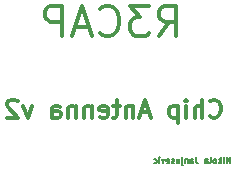
<source format=gbo>
G04 #@! TF.GenerationSoftware,KiCad,Pcbnew,5.0.2-bee76a0~70~ubuntu16.04.1*
G04 #@! TF.CreationDate,2019-02-25T16:09:05-05:00*
G04 #@! TF.ProjectId,ant1,616e7431-2e6b-4696-9361-645f70636258,rev?*
G04 #@! TF.SameCoordinates,Original*
G04 #@! TF.FileFunction,Legend,Bot*
G04 #@! TF.FilePolarity,Positive*
%FSLAX46Y46*%
G04 Gerber Fmt 4.6, Leading zero omitted, Abs format (unit mm)*
G04 Created by KiCad (PCBNEW 5.0.2-bee76a0~70~ubuntu16.04.1) date Mon 25 Feb 2019 04:09:05 PM EST*
%MOMM*%
%LPD*%
G01*
G04 APERTURE LIST*
%ADD10C,0.127000*%
%ADD11C,0.300000*%
G04 APERTURE END LIST*
D10*
X181398333Y-79604809D02*
X181398333Y-79096809D01*
X181108047Y-79604809D01*
X181108047Y-79096809D01*
X180866142Y-79604809D02*
X180866142Y-79266142D01*
X180866142Y-79096809D02*
X180890333Y-79121000D01*
X180866142Y-79145190D01*
X180841952Y-79121000D01*
X180866142Y-79096809D01*
X180866142Y-79145190D01*
X180624238Y-79604809D02*
X180624238Y-79096809D01*
X180575857Y-79411285D02*
X180430714Y-79604809D01*
X180430714Y-79266142D02*
X180624238Y-79459666D01*
X180140428Y-79604809D02*
X180188809Y-79580619D01*
X180213000Y-79556428D01*
X180237190Y-79508047D01*
X180237190Y-79362904D01*
X180213000Y-79314523D01*
X180188809Y-79290333D01*
X180140428Y-79266142D01*
X180067857Y-79266142D01*
X180019476Y-79290333D01*
X179995285Y-79314523D01*
X179971095Y-79362904D01*
X179971095Y-79508047D01*
X179995285Y-79556428D01*
X180019476Y-79580619D01*
X180067857Y-79604809D01*
X180140428Y-79604809D01*
X179680809Y-79604809D02*
X179729190Y-79580619D01*
X179753380Y-79532238D01*
X179753380Y-79096809D01*
X179269571Y-79604809D02*
X179269571Y-79338714D01*
X179293761Y-79290333D01*
X179342142Y-79266142D01*
X179438904Y-79266142D01*
X179487285Y-79290333D01*
X179269571Y-79580619D02*
X179317952Y-79604809D01*
X179438904Y-79604809D01*
X179487285Y-79580619D01*
X179511476Y-79532238D01*
X179511476Y-79483857D01*
X179487285Y-79435476D01*
X179438904Y-79411285D01*
X179317952Y-79411285D01*
X179269571Y-79387095D01*
X178495476Y-79096809D02*
X178495476Y-79459666D01*
X178519666Y-79532238D01*
X178568047Y-79580619D01*
X178640619Y-79604809D01*
X178689000Y-79604809D01*
X178035857Y-79604809D02*
X178035857Y-79338714D01*
X178060047Y-79290333D01*
X178108428Y-79266142D01*
X178205190Y-79266142D01*
X178253571Y-79290333D01*
X178035857Y-79580619D02*
X178084238Y-79604809D01*
X178205190Y-79604809D01*
X178253571Y-79580619D01*
X178277761Y-79532238D01*
X178277761Y-79483857D01*
X178253571Y-79435476D01*
X178205190Y-79411285D01*
X178084238Y-79411285D01*
X178035857Y-79387095D01*
X177793952Y-79266142D02*
X177793952Y-79604809D01*
X177793952Y-79314523D02*
X177769761Y-79290333D01*
X177721380Y-79266142D01*
X177648809Y-79266142D01*
X177600428Y-79290333D01*
X177576238Y-79338714D01*
X177576238Y-79604809D01*
X177334333Y-79266142D02*
X177334333Y-79701571D01*
X177358523Y-79749952D01*
X177406904Y-79774142D01*
X177431095Y-79774142D01*
X177334333Y-79096809D02*
X177358523Y-79121000D01*
X177334333Y-79145190D01*
X177310142Y-79121000D01*
X177334333Y-79096809D01*
X177334333Y-79145190D01*
X176874714Y-79266142D02*
X176874714Y-79604809D01*
X177092428Y-79266142D02*
X177092428Y-79532238D01*
X177068238Y-79580619D01*
X177019857Y-79604809D01*
X176947285Y-79604809D01*
X176898904Y-79580619D01*
X176874714Y-79556428D01*
X176657000Y-79580619D02*
X176608619Y-79604809D01*
X176511857Y-79604809D01*
X176463476Y-79580619D01*
X176439285Y-79532238D01*
X176439285Y-79508047D01*
X176463476Y-79459666D01*
X176511857Y-79435476D01*
X176584428Y-79435476D01*
X176632809Y-79411285D01*
X176657000Y-79362904D01*
X176657000Y-79338714D01*
X176632809Y-79290333D01*
X176584428Y-79266142D01*
X176511857Y-79266142D01*
X176463476Y-79290333D01*
X176028047Y-79580619D02*
X176076428Y-79604809D01*
X176173190Y-79604809D01*
X176221571Y-79580619D01*
X176245761Y-79532238D01*
X176245761Y-79338714D01*
X176221571Y-79290333D01*
X176173190Y-79266142D01*
X176076428Y-79266142D01*
X176028047Y-79290333D01*
X176003857Y-79338714D01*
X176003857Y-79387095D01*
X176245761Y-79435476D01*
X175834523Y-79266142D02*
X175713571Y-79604809D01*
X175592619Y-79266142D01*
X175399095Y-79604809D02*
X175399095Y-79266142D01*
X175399095Y-79096809D02*
X175423285Y-79121000D01*
X175399095Y-79145190D01*
X175374904Y-79121000D01*
X175399095Y-79096809D01*
X175399095Y-79145190D01*
X174939476Y-79580619D02*
X174987857Y-79604809D01*
X175084619Y-79604809D01*
X175133000Y-79580619D01*
X175157190Y-79556428D01*
X175181380Y-79508047D01*
X175181380Y-79362904D01*
X175157190Y-79314523D01*
X175133000Y-79290333D01*
X175084619Y-79266142D01*
X174987857Y-79266142D01*
X174939476Y-79290333D01*
D11*
X179684142Y-75592714D02*
X179755571Y-75664142D01*
X179969857Y-75735571D01*
X180112714Y-75735571D01*
X180327000Y-75664142D01*
X180469857Y-75521285D01*
X180541285Y-75378428D01*
X180612714Y-75092714D01*
X180612714Y-74878428D01*
X180541285Y-74592714D01*
X180469857Y-74449857D01*
X180327000Y-74307000D01*
X180112714Y-74235571D01*
X179969857Y-74235571D01*
X179755571Y-74307000D01*
X179684142Y-74378428D01*
X179041285Y-75735571D02*
X179041285Y-74235571D01*
X178398428Y-75735571D02*
X178398428Y-74949857D01*
X178469857Y-74807000D01*
X178612714Y-74735571D01*
X178827000Y-74735571D01*
X178969857Y-74807000D01*
X179041285Y-74878428D01*
X177684142Y-75735571D02*
X177684142Y-74735571D01*
X177684142Y-74235571D02*
X177755571Y-74307000D01*
X177684142Y-74378428D01*
X177612714Y-74307000D01*
X177684142Y-74235571D01*
X177684142Y-74378428D01*
X176969857Y-74735571D02*
X176969857Y-76235571D01*
X176969857Y-74807000D02*
X176827000Y-74735571D01*
X176541285Y-74735571D01*
X176398428Y-74807000D01*
X176327000Y-74878428D01*
X176255571Y-75021285D01*
X176255571Y-75449857D01*
X176327000Y-75592714D01*
X176398428Y-75664142D01*
X176541285Y-75735571D01*
X176827000Y-75735571D01*
X176969857Y-75664142D01*
X174541285Y-75307000D02*
X173827000Y-75307000D01*
X174684142Y-75735571D02*
X174184142Y-74235571D01*
X173684142Y-75735571D01*
X173184142Y-74735571D02*
X173184142Y-75735571D01*
X173184142Y-74878428D02*
X173112714Y-74807000D01*
X172969857Y-74735571D01*
X172755571Y-74735571D01*
X172612714Y-74807000D01*
X172541285Y-74949857D01*
X172541285Y-75735571D01*
X172041285Y-74735571D02*
X171469857Y-74735571D01*
X171827000Y-74235571D02*
X171827000Y-75521285D01*
X171755571Y-75664142D01*
X171612714Y-75735571D01*
X171469857Y-75735571D01*
X170398428Y-75664142D02*
X170541285Y-75735571D01*
X170827000Y-75735571D01*
X170969857Y-75664142D01*
X171041285Y-75521285D01*
X171041285Y-74949857D01*
X170969857Y-74807000D01*
X170827000Y-74735571D01*
X170541285Y-74735571D01*
X170398428Y-74807000D01*
X170327000Y-74949857D01*
X170327000Y-75092714D01*
X171041285Y-75235571D01*
X169684142Y-74735571D02*
X169684142Y-75735571D01*
X169684142Y-74878428D02*
X169612714Y-74807000D01*
X169469857Y-74735571D01*
X169255571Y-74735571D01*
X169112714Y-74807000D01*
X169041285Y-74949857D01*
X169041285Y-75735571D01*
X168327000Y-74735571D02*
X168327000Y-75735571D01*
X168327000Y-74878428D02*
X168255571Y-74807000D01*
X168112714Y-74735571D01*
X167898428Y-74735571D01*
X167755571Y-74807000D01*
X167684142Y-74949857D01*
X167684142Y-75735571D01*
X166327000Y-75735571D02*
X166327000Y-74949857D01*
X166398428Y-74807000D01*
X166541285Y-74735571D01*
X166827000Y-74735571D01*
X166969857Y-74807000D01*
X166327000Y-75664142D02*
X166469857Y-75735571D01*
X166827000Y-75735571D01*
X166969857Y-75664142D01*
X167041285Y-75521285D01*
X167041285Y-75378428D01*
X166969857Y-75235571D01*
X166827000Y-75164142D01*
X166469857Y-75164142D01*
X166327000Y-75092714D01*
X164612714Y-74735571D02*
X164255571Y-75735571D01*
X163898428Y-74735571D01*
X163398428Y-74378428D02*
X163327000Y-74307000D01*
X163184142Y-74235571D01*
X162827000Y-74235571D01*
X162684142Y-74307000D01*
X162612714Y-74378428D01*
X162541285Y-74521285D01*
X162541285Y-74664142D01*
X162612714Y-74878428D01*
X163469857Y-75735571D01*
X162541285Y-75735571D01*
X175374904Y-68840047D02*
X176221571Y-67630523D01*
X176826333Y-68840047D02*
X176826333Y-66300047D01*
X175858714Y-66300047D01*
X175616809Y-66421000D01*
X175495857Y-66541952D01*
X175374904Y-66783857D01*
X175374904Y-67146714D01*
X175495857Y-67388619D01*
X175616809Y-67509571D01*
X175858714Y-67630523D01*
X176826333Y-67630523D01*
X174528238Y-66300047D02*
X172955857Y-66300047D01*
X173802523Y-67267666D01*
X173439666Y-67267666D01*
X173197761Y-67388619D01*
X173076809Y-67509571D01*
X172955857Y-67751476D01*
X172955857Y-68356238D01*
X173076809Y-68598142D01*
X173197761Y-68719095D01*
X173439666Y-68840047D01*
X174165380Y-68840047D01*
X174407285Y-68719095D01*
X174528238Y-68598142D01*
X170415857Y-68598142D02*
X170536809Y-68719095D01*
X170899666Y-68840047D01*
X171141571Y-68840047D01*
X171504428Y-68719095D01*
X171746333Y-68477190D01*
X171867285Y-68235285D01*
X171988238Y-67751476D01*
X171988238Y-67388619D01*
X171867285Y-66904809D01*
X171746333Y-66662904D01*
X171504428Y-66421000D01*
X171141571Y-66300047D01*
X170899666Y-66300047D01*
X170536809Y-66421000D01*
X170415857Y-66541952D01*
X169448238Y-68114333D02*
X168238714Y-68114333D01*
X169690142Y-68840047D02*
X168843476Y-66300047D01*
X167996809Y-68840047D01*
X167150142Y-68840047D02*
X167150142Y-66300047D01*
X166182523Y-66300047D01*
X165940619Y-66421000D01*
X165819666Y-66541952D01*
X165698714Y-66783857D01*
X165698714Y-67146714D01*
X165819666Y-67388619D01*
X165940619Y-67509571D01*
X166182523Y-67630523D01*
X167150142Y-67630523D01*
M02*

</source>
